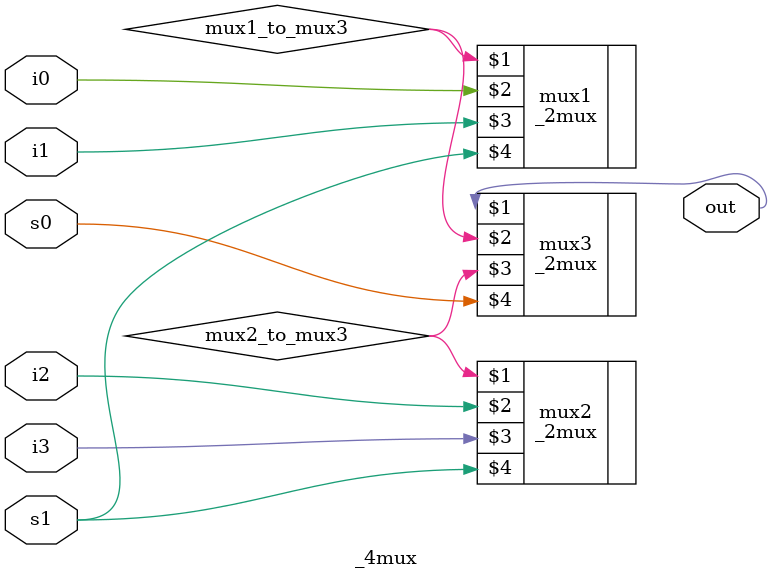
<source format=v>
module _4mux(out , i0 , i1 , i2 , i3 , s0 , s1);
input s1,s0,i3,i2,i1,i0;
output out;

wire mux1_to_mux3 , mux2_to_mux3;


_2mux mux2(mux2_to_mux3,i2,i3,s1);
_2mux mux1(mux1_to_mux3,i0,i1,s1);

_2mux mux3(out,mux1_to_mux3,mux2_to_mux3,s0);




endmodule
</source>
